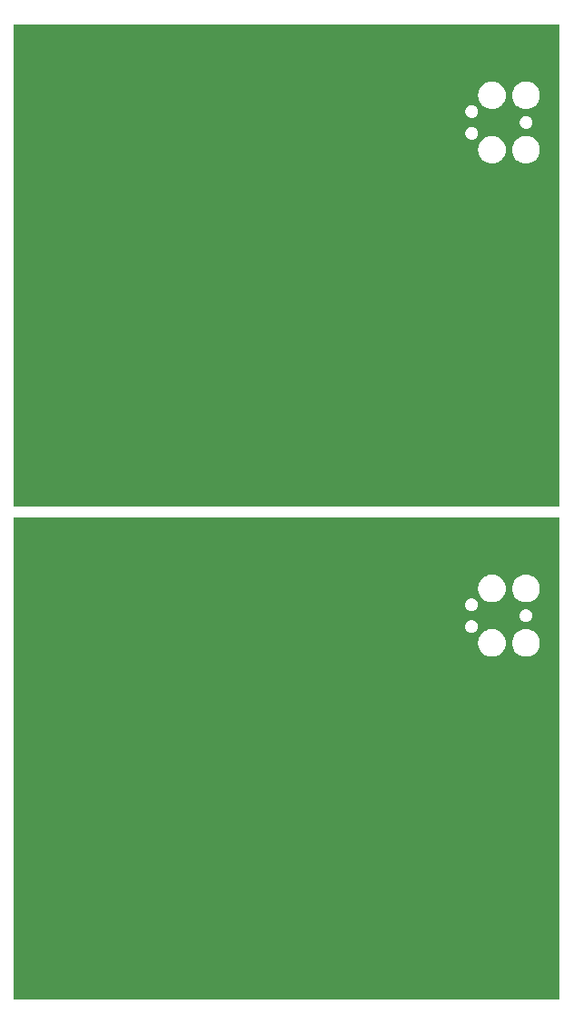
<source format=gbl>
%FSLAX46Y46*%
%MOMM*%
%AMPS10*
1,1,0.700000,0.000000,0.000000*
%
%ADD10PS10*%
G01*
%LPD*%
G36*
X51390000Y46510000D02*
X51429004Y46517920D01*
X51461829Y46540425D01*
X51483277Y46573952D01*
X51490000Y46610000D01*
X51490000Y91390000D01*
X51482080Y91429004D01*
X51459575Y91461829D01*
X51426048Y91483277D01*
X51390000Y91490000D01*
X610000Y91490000D01*
X570996Y91482080D01*
X538171Y91459575D01*
X516723Y91426048D01*
X510000Y91390000D01*
X510000Y46610000D01*
X517920Y46570996D01*
X540425Y46538171D01*
X573952Y46516723D01*
X610000Y46510000D01*
X51390000Y46510000D01*
D02*
G37*
%LPC*%
G36*
X48360443Y83574778D02*
X48345255Y83574778D01*
X48233736Y83580257D01*
X48218634Y83581745D01*
X48108185Y83598128D01*
X48093294Y83601090D01*
X47985003Y83628216D01*
X47970447Y83632631D01*
X47865356Y83670234D01*
X47851300Y83676056D01*
X47750392Y83723781D01*
X47736979Y83730950D01*
X47641227Y83788341D01*
X47628603Y83796777D01*
X47538931Y83863283D01*
X47527171Y83872934D01*
X47444473Y83947887D01*
X47433705Y83958655D01*
X47358752Y84041353D01*
X47349101Y84053113D01*
X47282595Y84142785D01*
X47274159Y84155409D01*
X47216768Y84251161D01*
X47209599Y84264574D01*
X47161874Y84365482D01*
X47156052Y84379538D01*
X47118449Y84484629D01*
X47114034Y84499185D01*
X47086908Y84607476D01*
X47083946Y84622367D01*
X47067563Y84732816D01*
X47066075Y84747918D01*
X47060596Y84859437D01*
X47060596Y84874625D01*
X47066075Y84986144D01*
X47067563Y85001246D01*
X47083946Y85111695D01*
X47086908Y85126586D01*
X47114034Y85234877D01*
X47118449Y85249433D01*
X47156052Y85354524D01*
X47161874Y85368580D01*
X47209599Y85469488D01*
X47216768Y85482901D01*
X47274159Y85578653D01*
X47282595Y85591277D01*
X47349101Y85680949D01*
X47358752Y85692709D01*
X47433705Y85775407D01*
X47444473Y85786175D01*
X47527171Y85861128D01*
X47538931Y85870779D01*
X47628603Y85937285D01*
X47641227Y85945721D01*
X47736979Y86003112D01*
X47750392Y86010281D01*
X47851300Y86058006D01*
X47865356Y86063828D01*
X47970447Y86101431D01*
X47985003Y86105846D01*
X48093294Y86132972D01*
X48108185Y86135934D01*
X48218634Y86152317D01*
X48233736Y86153805D01*
X48345255Y86159284D01*
X48360443Y86159284D01*
X48471962Y86153805D01*
X48487064Y86152317D01*
X48597513Y86135934D01*
X48612404Y86132972D01*
X48720695Y86105846D01*
X48735251Y86101431D01*
X48840342Y86063828D01*
X48854398Y86058006D01*
X48955306Y86010281D01*
X48968719Y86003112D01*
X49064471Y85945721D01*
X49077095Y85937285D01*
X49166767Y85870779D01*
X49178527Y85861128D01*
X49261225Y85786175D01*
X49271993Y85775407D01*
X49346946Y85692709D01*
X49356597Y85680949D01*
X49423103Y85591277D01*
X49431539Y85578653D01*
X49488930Y85482901D01*
X49496099Y85469488D01*
X49543824Y85368580D01*
X49549646Y85354524D01*
X49587249Y85249433D01*
X49591664Y85234877D01*
X49618790Y85126586D01*
X49621752Y85111695D01*
X49638135Y85001246D01*
X49639623Y84986144D01*
X49645102Y84874625D01*
X49645102Y84859437D01*
X49639623Y84747918D01*
X49638135Y84732816D01*
X49621752Y84622367D01*
X49618790Y84607476D01*
X49591664Y84499185D01*
X49587249Y84484629D01*
X49549646Y84379538D01*
X49543824Y84365482D01*
X49496099Y84264574D01*
X49488930Y84251161D01*
X49431539Y84155409D01*
X49423103Y84142785D01*
X49356597Y84053113D01*
X49346946Y84041353D01*
X49271993Y83958655D01*
X49261225Y83947887D01*
X49178527Y83872934D01*
X49166767Y83863283D01*
X49077095Y83796777D01*
X49064471Y83788341D01*
X48968719Y83730950D01*
X48955306Y83723781D01*
X48854398Y83676056D01*
X48840342Y83670234D01*
X48735251Y83632631D01*
X48720695Y83628216D01*
X48612404Y83601090D01*
X48597513Y83598128D01*
X48487064Y83581745D01*
X48471962Y83580257D01*
X48360443Y83574778D01*
D02*
G37*
%LPC*%
G36*
X45185443Y83574778D02*
X45170255Y83574778D01*
X45058736Y83580257D01*
X45043634Y83581745D01*
X44933185Y83598128D01*
X44918294Y83601090D01*
X44810003Y83628216D01*
X44795447Y83632631D01*
X44690356Y83670234D01*
X44676300Y83676056D01*
X44575392Y83723781D01*
X44561979Y83730950D01*
X44466227Y83788341D01*
X44453603Y83796777D01*
X44363931Y83863283D01*
X44352171Y83872934D01*
X44269473Y83947887D01*
X44258705Y83958655D01*
X44183752Y84041353D01*
X44174101Y84053113D01*
X44107595Y84142785D01*
X44099159Y84155409D01*
X44041768Y84251161D01*
X44034599Y84264574D01*
X43986874Y84365482D01*
X43981052Y84379538D01*
X43943449Y84484629D01*
X43939034Y84499185D01*
X43911908Y84607476D01*
X43908946Y84622367D01*
X43892563Y84732816D01*
X43891075Y84747918D01*
X43885596Y84859437D01*
X43885596Y84874625D01*
X43891075Y84986144D01*
X43892563Y85001246D01*
X43908946Y85111695D01*
X43911908Y85126586D01*
X43939034Y85234877D01*
X43943449Y85249433D01*
X43981052Y85354524D01*
X43986874Y85368580D01*
X44034599Y85469488D01*
X44041768Y85482901D01*
X44099159Y85578653D01*
X44107595Y85591277D01*
X44174101Y85680949D01*
X44183752Y85692709D01*
X44258705Y85775407D01*
X44269473Y85786175D01*
X44352171Y85861128D01*
X44363931Y85870779D01*
X44453603Y85937285D01*
X44466227Y85945721D01*
X44561979Y86003112D01*
X44575392Y86010281D01*
X44676300Y86058006D01*
X44690356Y86063828D01*
X44795447Y86101431D01*
X44810003Y86105846D01*
X44918294Y86132972D01*
X44933185Y86135934D01*
X45043634Y86152317D01*
X45058736Y86153805D01*
X45170255Y86159284D01*
X45185443Y86159284D01*
X45296962Y86153805D01*
X45312064Y86152317D01*
X45422513Y86135934D01*
X45437404Y86132972D01*
X45545695Y86105846D01*
X45560251Y86101431D01*
X45665342Y86063828D01*
X45679398Y86058006D01*
X45780306Y86010281D01*
X45793719Y86003112D01*
X45889471Y85945721D01*
X45902095Y85937285D01*
X45991767Y85870779D01*
X46003527Y85861128D01*
X46086225Y85786175D01*
X46096993Y85775407D01*
X46171946Y85692709D01*
X46181597Y85680949D01*
X46248103Y85591277D01*
X46256539Y85578653D01*
X46313930Y85482901D01*
X46321099Y85469488D01*
X46368824Y85368580D01*
X46374646Y85354524D01*
X46412249Y85249433D01*
X46416664Y85234877D01*
X46443790Y85126586D01*
X46446752Y85111695D01*
X46463135Y85001246D01*
X46464623Y84986144D01*
X46470102Y84874625D01*
X46470102Y84859437D01*
X46464623Y84747918D01*
X46463135Y84732816D01*
X46446752Y84622367D01*
X46443790Y84607476D01*
X46416664Y84499185D01*
X46412249Y84484629D01*
X46374646Y84379538D01*
X46368824Y84365482D01*
X46321099Y84264574D01*
X46313930Y84251161D01*
X46256539Y84155409D01*
X46248103Y84142785D01*
X46181597Y84053113D01*
X46171946Y84041353D01*
X46096993Y83958655D01*
X46086225Y83947887D01*
X46003527Y83872934D01*
X45991767Y83863283D01*
X45902095Y83796777D01*
X45889471Y83788341D01*
X45793719Y83730950D01*
X45780306Y83723781D01*
X45679398Y83676056D01*
X45665342Y83670234D01*
X45560251Y83632631D01*
X45545695Y83628216D01*
X45437404Y83601090D01*
X45422513Y83598128D01*
X45312064Y83581745D01*
X45296962Y83580257D01*
X45185443Y83574778D01*
D02*
G37*
%LPC*%
G36*
X43280465Y82742978D02*
X43265233Y82742978D01*
X43221606Y82745122D01*
X43206479Y82746613D01*
X43163233Y82753027D01*
X43148322Y82755993D01*
X43105938Y82766609D01*
X43091387Y82771023D01*
X43050255Y82785740D01*
X43036197Y82791564D01*
X42996695Y82810247D01*
X42983280Y82817417D01*
X42945788Y82839889D01*
X42933170Y82848321D01*
X42898051Y82874366D01*
X42886300Y82884010D01*
X42853931Y82913348D01*
X42843166Y82924113D01*
X42813828Y82956482D01*
X42804184Y82968233D01*
X42778139Y83003352D01*
X42769707Y83015970D01*
X42747235Y83053462D01*
X42740065Y83066877D01*
X42721382Y83106379D01*
X42715558Y83120437D01*
X42700841Y83161569D01*
X42696427Y83176120D01*
X42685811Y83218504D01*
X42682845Y83233415D01*
X42676431Y83276661D01*
X42674940Y83291788D01*
X42672796Y83335415D01*
X42672796Y83350647D01*
X42674940Y83394274D01*
X42676431Y83409401D01*
X42682845Y83452647D01*
X42685811Y83467558D01*
X42696427Y83509942D01*
X42700841Y83524493D01*
X42715558Y83565625D01*
X42721382Y83579683D01*
X42740065Y83619185D01*
X42747235Y83632600D01*
X42769707Y83670092D01*
X42778139Y83682710D01*
X42804184Y83717829D01*
X42813828Y83729580D01*
X42843166Y83761949D01*
X42853931Y83772714D01*
X42886300Y83802052D01*
X42898051Y83811696D01*
X42933170Y83837741D01*
X42945788Y83846173D01*
X42983280Y83868645D01*
X42996695Y83875815D01*
X43036197Y83894498D01*
X43050255Y83900322D01*
X43091387Y83915039D01*
X43105938Y83919453D01*
X43148322Y83930069D01*
X43163233Y83933035D01*
X43206479Y83939449D01*
X43221606Y83940940D01*
X43265233Y83943084D01*
X43280465Y83943084D01*
X43324092Y83940940D01*
X43339219Y83939449D01*
X43382465Y83933035D01*
X43397376Y83930069D01*
X43439760Y83919453D01*
X43454311Y83915039D01*
X43495443Y83900322D01*
X43509501Y83894498D01*
X43549003Y83875815D01*
X43562418Y83868645D01*
X43599910Y83846173D01*
X43612528Y83837741D01*
X43647647Y83811696D01*
X43659398Y83802052D01*
X43691767Y83772714D01*
X43702532Y83761949D01*
X43731870Y83729580D01*
X43741514Y83717829D01*
X43767559Y83682710D01*
X43775991Y83670092D01*
X43798463Y83632600D01*
X43805633Y83619185D01*
X43824316Y83579683D01*
X43830140Y83565625D01*
X43844857Y83524493D01*
X43849271Y83509942D01*
X43859887Y83467558D01*
X43862853Y83452647D01*
X43869267Y83409401D01*
X43870758Y83394274D01*
X43872902Y83350647D01*
X43872902Y83335415D01*
X43870758Y83291788D01*
X43869267Y83276661D01*
X43862853Y83233415D01*
X43859887Y83218504D01*
X43849271Y83176120D01*
X43844857Y83161569D01*
X43830140Y83120437D01*
X43824316Y83106379D01*
X43805633Y83066877D01*
X43798463Y83053462D01*
X43775991Y83015970D01*
X43767559Y83003352D01*
X43741514Y82968233D01*
X43731870Y82956482D01*
X43702532Y82924113D01*
X43691767Y82913348D01*
X43659398Y82884010D01*
X43647647Y82874366D01*
X43612528Y82848321D01*
X43599910Y82839889D01*
X43562418Y82817417D01*
X43549003Y82810247D01*
X43509501Y82791564D01*
X43495443Y82785740D01*
X43454311Y82771023D01*
X43439760Y82766609D01*
X43397376Y82755993D01*
X43382465Y82753027D01*
X43339219Y82746613D01*
X43324092Y82745122D01*
X43280465Y82742978D01*
D02*
G37*
%LPC*%
G36*
X48360465Y81726978D02*
X48345233Y81726978D01*
X48301606Y81729122D01*
X48286479Y81730613D01*
X48243233Y81737027D01*
X48228322Y81739993D01*
X48185938Y81750609D01*
X48171387Y81755023D01*
X48130255Y81769740D01*
X48116197Y81775564D01*
X48076695Y81794247D01*
X48063280Y81801417D01*
X48025788Y81823889D01*
X48013170Y81832321D01*
X47978051Y81858366D01*
X47966300Y81868010D01*
X47933931Y81897348D01*
X47923166Y81908113D01*
X47893828Y81940482D01*
X47884184Y81952233D01*
X47858139Y81987352D01*
X47849707Y81999970D01*
X47827235Y82037462D01*
X47820065Y82050877D01*
X47801382Y82090379D01*
X47795558Y82104437D01*
X47780841Y82145569D01*
X47776427Y82160120D01*
X47765811Y82202504D01*
X47762845Y82217415D01*
X47756431Y82260661D01*
X47754940Y82275788D01*
X47752796Y82319415D01*
X47752796Y82334647D01*
X47754940Y82378274D01*
X47756431Y82393401D01*
X47762845Y82436647D01*
X47765811Y82451558D01*
X47776427Y82493942D01*
X47780841Y82508493D01*
X47795558Y82549625D01*
X47801382Y82563683D01*
X47820065Y82603185D01*
X47827235Y82616600D01*
X47849707Y82654092D01*
X47858139Y82666710D01*
X47884184Y82701829D01*
X47893828Y82713580D01*
X47923166Y82745949D01*
X47933931Y82756714D01*
X47966300Y82786052D01*
X47978051Y82795696D01*
X48013170Y82821741D01*
X48025788Y82830173D01*
X48063280Y82852645D01*
X48076695Y82859815D01*
X48116197Y82878498D01*
X48130255Y82884322D01*
X48171387Y82899039D01*
X48185938Y82903453D01*
X48228322Y82914069D01*
X48243233Y82917035D01*
X48286479Y82923449D01*
X48301606Y82924940D01*
X48345233Y82927084D01*
X48360465Y82927084D01*
X48404092Y82924940D01*
X48419219Y82923449D01*
X48462465Y82917035D01*
X48477376Y82914069D01*
X48519760Y82903453D01*
X48534311Y82899039D01*
X48575443Y82884322D01*
X48589501Y82878498D01*
X48629003Y82859815D01*
X48642418Y82852645D01*
X48679910Y82830173D01*
X48692528Y82821741D01*
X48727647Y82795696D01*
X48739398Y82786052D01*
X48771767Y82756714D01*
X48782532Y82745949D01*
X48811870Y82713580D01*
X48821514Y82701829D01*
X48847559Y82666710D01*
X48855991Y82654092D01*
X48878463Y82616600D01*
X48885633Y82603185D01*
X48904316Y82563683D01*
X48910140Y82549625D01*
X48924857Y82508493D01*
X48929271Y82493942D01*
X48939887Y82451558D01*
X48942853Y82436647D01*
X48949267Y82393401D01*
X48950758Y82378274D01*
X48952902Y82334647D01*
X48952902Y82319415D01*
X48950758Y82275788D01*
X48949267Y82260661D01*
X48942853Y82217415D01*
X48939887Y82202504D01*
X48929271Y82160120D01*
X48924857Y82145569D01*
X48910140Y82104437D01*
X48904316Y82090379D01*
X48885633Y82050877D01*
X48878463Y82037462D01*
X48855991Y81999970D01*
X48847559Y81987352D01*
X48821514Y81952233D01*
X48811870Y81940482D01*
X48782532Y81908113D01*
X48771767Y81897348D01*
X48739398Y81868010D01*
X48727647Y81858366D01*
X48692528Y81832321D01*
X48679910Y81823889D01*
X48642418Y81801417D01*
X48629003Y81794247D01*
X48589501Y81775564D01*
X48575443Y81769740D01*
X48534311Y81755023D01*
X48519760Y81750609D01*
X48477376Y81739993D01*
X48462465Y81737027D01*
X48419219Y81730613D01*
X48404092Y81729122D01*
X48360465Y81726978D01*
D02*
G37*
%LPC*%
G36*
X43280465Y80710978D02*
X43265233Y80710978D01*
X43221606Y80713122D01*
X43206479Y80714613D01*
X43163233Y80721027D01*
X43148322Y80723993D01*
X43105938Y80734609D01*
X43091387Y80739023D01*
X43050255Y80753740D01*
X43036197Y80759564D01*
X42996695Y80778247D01*
X42983280Y80785417D01*
X42945788Y80807889D01*
X42933170Y80816321D01*
X42898051Y80842366D01*
X42886300Y80852010D01*
X42853931Y80881348D01*
X42843166Y80892113D01*
X42813828Y80924482D01*
X42804184Y80936233D01*
X42778139Y80971352D01*
X42769707Y80983970D01*
X42747235Y81021462D01*
X42740065Y81034877D01*
X42721382Y81074379D01*
X42715558Y81088437D01*
X42700841Y81129569D01*
X42696427Y81144120D01*
X42685811Y81186504D01*
X42682845Y81201415D01*
X42676431Y81244661D01*
X42674940Y81259788D01*
X42672796Y81303415D01*
X42672796Y81318647D01*
X42674940Y81362274D01*
X42676431Y81377401D01*
X42682845Y81420647D01*
X42685811Y81435558D01*
X42696427Y81477942D01*
X42700841Y81492493D01*
X42715558Y81533625D01*
X42721382Y81547683D01*
X42740065Y81587185D01*
X42747235Y81600600D01*
X42769707Y81638092D01*
X42778139Y81650710D01*
X42804184Y81685829D01*
X42813828Y81697580D01*
X42843166Y81729949D01*
X42853931Y81740714D01*
X42886300Y81770052D01*
X42898051Y81779696D01*
X42933170Y81805741D01*
X42945788Y81814173D01*
X42983280Y81836645D01*
X42996695Y81843815D01*
X43036197Y81862498D01*
X43050255Y81868322D01*
X43091387Y81883039D01*
X43105938Y81887453D01*
X43148322Y81898069D01*
X43163233Y81901035D01*
X43206479Y81907449D01*
X43221606Y81908940D01*
X43265233Y81911084D01*
X43280465Y81911084D01*
X43324092Y81908940D01*
X43339219Y81907449D01*
X43382465Y81901035D01*
X43397376Y81898069D01*
X43439760Y81887453D01*
X43454311Y81883039D01*
X43495443Y81868322D01*
X43509501Y81862498D01*
X43549003Y81843815D01*
X43562418Y81836645D01*
X43599910Y81814173D01*
X43612528Y81805741D01*
X43647647Y81779696D01*
X43659398Y81770052D01*
X43691767Y81740714D01*
X43702532Y81729949D01*
X43731870Y81697580D01*
X43741514Y81685829D01*
X43767559Y81650710D01*
X43775991Y81638092D01*
X43798463Y81600600D01*
X43805633Y81587185D01*
X43824316Y81547683D01*
X43830140Y81533625D01*
X43844857Y81492493D01*
X43849271Y81477942D01*
X43859887Y81435558D01*
X43862853Y81420647D01*
X43869267Y81377401D01*
X43870758Y81362274D01*
X43872902Y81318647D01*
X43872902Y81303415D01*
X43870758Y81259788D01*
X43869267Y81244661D01*
X43862853Y81201415D01*
X43859887Y81186504D01*
X43849271Y81144120D01*
X43844857Y81129569D01*
X43830140Y81088437D01*
X43824316Y81074379D01*
X43805633Y81034877D01*
X43798463Y81021462D01*
X43775991Y80983970D01*
X43767559Y80971352D01*
X43741514Y80936233D01*
X43731870Y80924482D01*
X43702532Y80892113D01*
X43691767Y80881348D01*
X43659398Y80852010D01*
X43647647Y80842366D01*
X43612528Y80816321D01*
X43599910Y80807889D01*
X43562418Y80785417D01*
X43549003Y80778247D01*
X43509501Y80759564D01*
X43495443Y80753740D01*
X43454311Y80739023D01*
X43439760Y80734609D01*
X43397376Y80723993D01*
X43382465Y80721027D01*
X43339219Y80714613D01*
X43324092Y80713122D01*
X43280465Y80710978D01*
D02*
G37*
%LPC*%
G36*
X48360443Y78494778D02*
X48345255Y78494778D01*
X48233736Y78500257D01*
X48218634Y78501745D01*
X48108185Y78518128D01*
X48093294Y78521090D01*
X47985003Y78548216D01*
X47970447Y78552631D01*
X47865356Y78590234D01*
X47851300Y78596056D01*
X47750392Y78643781D01*
X47736979Y78650950D01*
X47641227Y78708341D01*
X47628603Y78716777D01*
X47538931Y78783283D01*
X47527171Y78792934D01*
X47444473Y78867887D01*
X47433705Y78878655D01*
X47358752Y78961353D01*
X47349101Y78973113D01*
X47282595Y79062785D01*
X47274159Y79075409D01*
X47216768Y79171161D01*
X47209599Y79184574D01*
X47161874Y79285482D01*
X47156052Y79299538D01*
X47118449Y79404629D01*
X47114034Y79419185D01*
X47086908Y79527476D01*
X47083946Y79542367D01*
X47067563Y79652816D01*
X47066075Y79667918D01*
X47060596Y79779437D01*
X47060596Y79794625D01*
X47066075Y79906144D01*
X47067563Y79921246D01*
X47083946Y80031695D01*
X47086908Y80046586D01*
X47114034Y80154877D01*
X47118449Y80169433D01*
X47156052Y80274524D01*
X47161874Y80288580D01*
X47209599Y80389488D01*
X47216768Y80402901D01*
X47274159Y80498653D01*
X47282595Y80511277D01*
X47349101Y80600949D01*
X47358752Y80612709D01*
X47433705Y80695407D01*
X47444473Y80706175D01*
X47527171Y80781128D01*
X47538931Y80790779D01*
X47628603Y80857285D01*
X47641227Y80865721D01*
X47736979Y80923112D01*
X47750392Y80930281D01*
X47851300Y80978006D01*
X47865356Y80983828D01*
X47970447Y81021431D01*
X47985003Y81025846D01*
X48093294Y81052972D01*
X48108185Y81055934D01*
X48218634Y81072317D01*
X48233736Y81073805D01*
X48345255Y81079284D01*
X48360443Y81079284D01*
X48471962Y81073805D01*
X48487064Y81072317D01*
X48597513Y81055934D01*
X48612404Y81052972D01*
X48720695Y81025846D01*
X48735251Y81021431D01*
X48840342Y80983828D01*
X48854398Y80978006D01*
X48955306Y80930281D01*
X48968719Y80923112D01*
X49064471Y80865721D01*
X49077095Y80857285D01*
X49166767Y80790779D01*
X49178527Y80781128D01*
X49261225Y80706175D01*
X49271993Y80695407D01*
X49346946Y80612709D01*
X49356597Y80600949D01*
X49423103Y80511277D01*
X49431539Y80498653D01*
X49488930Y80402901D01*
X49496099Y80389488D01*
X49543824Y80288580D01*
X49549646Y80274524D01*
X49587249Y80169433D01*
X49591664Y80154877D01*
X49618790Y80046586D01*
X49621752Y80031695D01*
X49638135Y79921246D01*
X49639623Y79906144D01*
X49645102Y79794625D01*
X49645102Y79779437D01*
X49639623Y79667918D01*
X49638135Y79652816D01*
X49621752Y79542367D01*
X49618790Y79527476D01*
X49591664Y79419185D01*
X49587249Y79404629D01*
X49549646Y79299538D01*
X49543824Y79285482D01*
X49496099Y79184574D01*
X49488930Y79171161D01*
X49431539Y79075409D01*
X49423103Y79062785D01*
X49356597Y78973113D01*
X49346946Y78961353D01*
X49271993Y78878655D01*
X49261225Y78867887D01*
X49178527Y78792934D01*
X49166767Y78783283D01*
X49077095Y78716777D01*
X49064471Y78708341D01*
X48968719Y78650950D01*
X48955306Y78643781D01*
X48854398Y78596056D01*
X48840342Y78590234D01*
X48735251Y78552631D01*
X48720695Y78548216D01*
X48612404Y78521090D01*
X48597513Y78518128D01*
X48487064Y78501745D01*
X48471962Y78500257D01*
X48360443Y78494778D01*
D02*
G37*
%LPC*%
G36*
X45185443Y78494778D02*
X45170255Y78494778D01*
X45058736Y78500257D01*
X45043634Y78501745D01*
X44933185Y78518128D01*
X44918294Y78521090D01*
X44810003Y78548216D01*
X44795447Y78552631D01*
X44690356Y78590234D01*
X44676300Y78596056D01*
X44575392Y78643781D01*
X44561979Y78650950D01*
X44466227Y78708341D01*
X44453603Y78716777D01*
X44363931Y78783283D01*
X44352171Y78792934D01*
X44269473Y78867887D01*
X44258705Y78878655D01*
X44183752Y78961353D01*
X44174101Y78973113D01*
X44107595Y79062785D01*
X44099159Y79075409D01*
X44041768Y79171161D01*
X44034599Y79184574D01*
X43986874Y79285482D01*
X43981052Y79299538D01*
X43943449Y79404629D01*
X43939034Y79419185D01*
X43911908Y79527476D01*
X43908946Y79542367D01*
X43892563Y79652816D01*
X43891075Y79667918D01*
X43885596Y79779437D01*
X43885596Y79794625D01*
X43891075Y79906144D01*
X43892563Y79921246D01*
X43908946Y80031695D01*
X43911908Y80046586D01*
X43939034Y80154877D01*
X43943449Y80169433D01*
X43981052Y80274524D01*
X43986874Y80288580D01*
X44034599Y80389488D01*
X44041768Y80402901D01*
X44099159Y80498653D01*
X44107595Y80511277D01*
X44174101Y80600949D01*
X44183752Y80612709D01*
X44258705Y80695407D01*
X44269473Y80706175D01*
X44352171Y80781128D01*
X44363931Y80790779D01*
X44453603Y80857285D01*
X44466227Y80865721D01*
X44561979Y80923112D01*
X44575392Y80930281D01*
X44676300Y80978006D01*
X44690356Y80983828D01*
X44795447Y81021431D01*
X44810003Y81025846D01*
X44918294Y81052972D01*
X44933185Y81055934D01*
X45043634Y81072317D01*
X45058736Y81073805D01*
X45170255Y81079284D01*
X45185443Y81079284D01*
X45296962Y81073805D01*
X45312064Y81072317D01*
X45422513Y81055934D01*
X45437404Y81052972D01*
X45545695Y81025846D01*
X45560251Y81021431D01*
X45665342Y80983828D01*
X45679398Y80978006D01*
X45780306Y80930281D01*
X45793719Y80923112D01*
X45889471Y80865721D01*
X45902095Y80857285D01*
X45991767Y80790779D01*
X46003527Y80781128D01*
X46086225Y80706175D01*
X46096993Y80695407D01*
X46171946Y80612709D01*
X46181597Y80600949D01*
X46248103Y80511277D01*
X46256539Y80498653D01*
X46313930Y80402901D01*
X46321099Y80389488D01*
X46368824Y80288580D01*
X46374646Y80274524D01*
X46412249Y80169433D01*
X46416664Y80154877D01*
X46443790Y80046586D01*
X46446752Y80031695D01*
X46463135Y79921246D01*
X46464623Y79906144D01*
X46470102Y79794625D01*
X46470102Y79779437D01*
X46464623Y79667918D01*
X46463135Y79652816D01*
X46446752Y79542367D01*
X46443790Y79527476D01*
X46416664Y79419185D01*
X46412249Y79404629D01*
X46374646Y79299538D01*
X46368824Y79285482D01*
X46321099Y79184574D01*
X46313930Y79171161D01*
X46256539Y79075409D01*
X46248103Y79062785D01*
X46181597Y78973113D01*
X46171946Y78961353D01*
X46096993Y78878655D01*
X46086225Y78867887D01*
X46003527Y78792934D01*
X45991767Y78783283D01*
X45902095Y78716777D01*
X45889471Y78708341D01*
X45793719Y78650950D01*
X45780306Y78643781D01*
X45679398Y78596056D01*
X45665342Y78590234D01*
X45560251Y78552631D01*
X45545695Y78548216D01*
X45437404Y78521090D01*
X45422513Y78518128D01*
X45312064Y78501745D01*
X45296962Y78500257D01*
X45185443Y78494778D01*
D02*
G37*
%LPD*%
G36*
X51390000Y510000D02*
X51429004Y517920D01*
X51461829Y540425D01*
X51483277Y573952D01*
X51490000Y610000D01*
X51490000Y45390000D01*
X51482080Y45429004D01*
X51459575Y45461829D01*
X51426048Y45483277D01*
X51390000Y45490000D01*
X610000Y45490000D01*
X570996Y45482080D01*
X538171Y45459575D01*
X516723Y45426048D01*
X510000Y45390000D01*
X510000Y610000D01*
X517920Y570996D01*
X540425Y538171D01*
X573952Y516723D01*
X610000Y510000D01*
X51390000Y510000D01*
D02*
G37*
%LPC*%
G36*
X48360443Y37574778D02*
X48345255Y37574778D01*
X48233736Y37580257D01*
X48218634Y37581745D01*
X48108185Y37598128D01*
X48093294Y37601090D01*
X47985003Y37628216D01*
X47970447Y37632631D01*
X47865356Y37670234D01*
X47851300Y37676056D01*
X47750392Y37723781D01*
X47736979Y37730950D01*
X47641227Y37788341D01*
X47628603Y37796777D01*
X47538931Y37863283D01*
X47527171Y37872934D01*
X47444473Y37947887D01*
X47433705Y37958655D01*
X47358752Y38041353D01*
X47349101Y38053113D01*
X47282595Y38142785D01*
X47274159Y38155409D01*
X47216768Y38251161D01*
X47209599Y38264574D01*
X47161874Y38365482D01*
X47156052Y38379538D01*
X47118449Y38484629D01*
X47114034Y38499185D01*
X47086908Y38607476D01*
X47083946Y38622367D01*
X47067563Y38732816D01*
X47066075Y38747918D01*
X47060596Y38859437D01*
X47060596Y38874625D01*
X47066075Y38986144D01*
X47067563Y39001246D01*
X47083946Y39111695D01*
X47086908Y39126586D01*
X47114034Y39234877D01*
X47118449Y39249433D01*
X47156052Y39354524D01*
X47161874Y39368580D01*
X47209599Y39469488D01*
X47216768Y39482901D01*
X47274159Y39578653D01*
X47282595Y39591277D01*
X47349101Y39680949D01*
X47358752Y39692709D01*
X47433705Y39775407D01*
X47444473Y39786175D01*
X47527171Y39861128D01*
X47538931Y39870779D01*
X47628603Y39937285D01*
X47641227Y39945721D01*
X47736979Y40003112D01*
X47750392Y40010281D01*
X47851300Y40058006D01*
X47865356Y40063828D01*
X47970447Y40101431D01*
X47985003Y40105846D01*
X48093294Y40132972D01*
X48108185Y40135934D01*
X48218634Y40152317D01*
X48233736Y40153805D01*
X48345255Y40159284D01*
X48360443Y40159284D01*
X48471962Y40153805D01*
X48487064Y40152317D01*
X48597513Y40135934D01*
X48612404Y40132972D01*
X48720695Y40105846D01*
X48735251Y40101431D01*
X48840342Y40063828D01*
X48854398Y40058006D01*
X48955306Y40010281D01*
X48968719Y40003112D01*
X49064471Y39945721D01*
X49077095Y39937285D01*
X49166767Y39870779D01*
X49178527Y39861128D01*
X49261225Y39786175D01*
X49271993Y39775407D01*
X49346946Y39692709D01*
X49356597Y39680949D01*
X49423103Y39591277D01*
X49431539Y39578653D01*
X49488930Y39482901D01*
X49496099Y39469488D01*
X49543824Y39368580D01*
X49549646Y39354524D01*
X49587249Y39249433D01*
X49591664Y39234877D01*
X49618790Y39126586D01*
X49621752Y39111695D01*
X49638135Y39001246D01*
X49639623Y38986144D01*
X49645102Y38874625D01*
X49645102Y38859437D01*
X49639623Y38747918D01*
X49638135Y38732816D01*
X49621752Y38622367D01*
X49618790Y38607476D01*
X49591664Y38499185D01*
X49587249Y38484629D01*
X49549646Y38379538D01*
X49543824Y38365482D01*
X49496099Y38264574D01*
X49488930Y38251161D01*
X49431539Y38155409D01*
X49423103Y38142785D01*
X49356597Y38053113D01*
X49346946Y38041353D01*
X49271993Y37958655D01*
X49261225Y37947887D01*
X49178527Y37872934D01*
X49166767Y37863283D01*
X49077095Y37796777D01*
X49064471Y37788341D01*
X48968719Y37730950D01*
X48955306Y37723781D01*
X48854398Y37676056D01*
X48840342Y37670234D01*
X48735251Y37632631D01*
X48720695Y37628216D01*
X48612404Y37601090D01*
X48597513Y37598128D01*
X48487064Y37581745D01*
X48471962Y37580257D01*
X48360443Y37574778D01*
D02*
G37*
%LPC*%
G36*
X45185443Y37574778D02*
X45170255Y37574778D01*
X45058736Y37580257D01*
X45043634Y37581745D01*
X44933185Y37598128D01*
X44918294Y37601090D01*
X44810003Y37628216D01*
X44795447Y37632631D01*
X44690356Y37670234D01*
X44676300Y37676056D01*
X44575392Y37723781D01*
X44561979Y37730950D01*
X44466227Y37788341D01*
X44453603Y37796777D01*
X44363931Y37863283D01*
X44352171Y37872934D01*
X44269473Y37947887D01*
X44258705Y37958655D01*
X44183752Y38041353D01*
X44174101Y38053113D01*
X44107595Y38142785D01*
X44099159Y38155409D01*
X44041768Y38251161D01*
X44034599Y38264574D01*
X43986874Y38365482D01*
X43981052Y38379538D01*
X43943449Y38484629D01*
X43939034Y38499185D01*
X43911908Y38607476D01*
X43908946Y38622367D01*
X43892563Y38732816D01*
X43891075Y38747918D01*
X43885596Y38859437D01*
X43885596Y38874625D01*
X43891075Y38986144D01*
X43892563Y39001246D01*
X43908946Y39111695D01*
X43911908Y39126586D01*
X43939034Y39234877D01*
X43943449Y39249433D01*
X43981052Y39354524D01*
X43986874Y39368580D01*
X44034599Y39469488D01*
X44041768Y39482901D01*
X44099159Y39578653D01*
X44107595Y39591277D01*
X44174101Y39680949D01*
X44183752Y39692709D01*
X44258705Y39775407D01*
X44269473Y39786175D01*
X44352171Y39861128D01*
X44363931Y39870779D01*
X44453603Y39937285D01*
X44466227Y39945721D01*
X44561979Y40003112D01*
X44575392Y40010281D01*
X44676300Y40058006D01*
X44690356Y40063828D01*
X44795447Y40101431D01*
X44810003Y40105846D01*
X44918294Y40132972D01*
X44933185Y40135934D01*
X45043634Y40152317D01*
X45058736Y40153805D01*
X45170255Y40159284D01*
X45185443Y40159284D01*
X45296962Y40153805D01*
X45312064Y40152317D01*
X45422513Y40135934D01*
X45437404Y40132972D01*
X45545695Y40105846D01*
X45560251Y40101431D01*
X45665342Y40063828D01*
X45679398Y40058006D01*
X45780306Y40010281D01*
X45793719Y40003112D01*
X45889471Y39945721D01*
X45902095Y39937285D01*
X45991767Y39870779D01*
X46003527Y39861128D01*
X46086225Y39786175D01*
X46096993Y39775407D01*
X46171946Y39692709D01*
X46181597Y39680949D01*
X46248103Y39591277D01*
X46256539Y39578653D01*
X46313930Y39482901D01*
X46321099Y39469488D01*
X46368824Y39368580D01*
X46374646Y39354524D01*
X46412249Y39249433D01*
X46416664Y39234877D01*
X46443790Y39126586D01*
X46446752Y39111695D01*
X46463135Y39001246D01*
X46464623Y38986144D01*
X46470102Y38874625D01*
X46470102Y38859437D01*
X46464623Y38747918D01*
X46463135Y38732816D01*
X46446752Y38622367D01*
X46443790Y38607476D01*
X46416664Y38499185D01*
X46412249Y38484629D01*
X46374646Y38379538D01*
X46368824Y38365482D01*
X46321099Y38264574D01*
X46313930Y38251161D01*
X46256539Y38155409D01*
X46248103Y38142785D01*
X46181597Y38053113D01*
X46171946Y38041353D01*
X46096993Y37958655D01*
X46086225Y37947887D01*
X46003527Y37872934D01*
X45991767Y37863283D01*
X45902095Y37796777D01*
X45889471Y37788341D01*
X45793719Y37730950D01*
X45780306Y37723781D01*
X45679398Y37676056D01*
X45665342Y37670234D01*
X45560251Y37632631D01*
X45545695Y37628216D01*
X45437404Y37601090D01*
X45422513Y37598128D01*
X45312064Y37581745D01*
X45296962Y37580257D01*
X45185443Y37574778D01*
D02*
G37*
%LPC*%
G36*
X43280465Y36742978D02*
X43265233Y36742978D01*
X43221606Y36745122D01*
X43206479Y36746613D01*
X43163233Y36753027D01*
X43148322Y36755993D01*
X43105938Y36766609D01*
X43091387Y36771023D01*
X43050255Y36785740D01*
X43036197Y36791564D01*
X42996695Y36810247D01*
X42983280Y36817417D01*
X42945788Y36839889D01*
X42933170Y36848321D01*
X42898051Y36874366D01*
X42886300Y36884010D01*
X42853931Y36913348D01*
X42843166Y36924113D01*
X42813828Y36956482D01*
X42804184Y36968233D01*
X42778139Y37003352D01*
X42769707Y37015970D01*
X42747235Y37053462D01*
X42740065Y37066877D01*
X42721382Y37106379D01*
X42715558Y37120437D01*
X42700841Y37161569D01*
X42696427Y37176120D01*
X42685811Y37218504D01*
X42682845Y37233415D01*
X42676431Y37276661D01*
X42674940Y37291788D01*
X42672796Y37335415D01*
X42672796Y37350647D01*
X42674940Y37394274D01*
X42676431Y37409401D01*
X42682845Y37452647D01*
X42685811Y37467558D01*
X42696427Y37509942D01*
X42700841Y37524493D01*
X42715558Y37565625D01*
X42721382Y37579683D01*
X42740065Y37619185D01*
X42747235Y37632600D01*
X42769707Y37670092D01*
X42778139Y37682710D01*
X42804184Y37717829D01*
X42813828Y37729580D01*
X42843166Y37761949D01*
X42853931Y37772714D01*
X42886300Y37802052D01*
X42898051Y37811696D01*
X42933170Y37837741D01*
X42945788Y37846173D01*
X42983280Y37868645D01*
X42996695Y37875815D01*
X43036197Y37894498D01*
X43050255Y37900322D01*
X43091387Y37915039D01*
X43105938Y37919453D01*
X43148322Y37930069D01*
X43163233Y37933035D01*
X43206479Y37939449D01*
X43221606Y37940940D01*
X43265233Y37943084D01*
X43280465Y37943084D01*
X43324092Y37940940D01*
X43339219Y37939449D01*
X43382465Y37933035D01*
X43397376Y37930069D01*
X43439760Y37919453D01*
X43454311Y37915039D01*
X43495443Y37900322D01*
X43509501Y37894498D01*
X43549003Y37875815D01*
X43562418Y37868645D01*
X43599910Y37846173D01*
X43612528Y37837741D01*
X43647647Y37811696D01*
X43659398Y37802052D01*
X43691767Y37772714D01*
X43702532Y37761949D01*
X43731870Y37729580D01*
X43741514Y37717829D01*
X43767559Y37682710D01*
X43775991Y37670092D01*
X43798463Y37632600D01*
X43805633Y37619185D01*
X43824316Y37579683D01*
X43830140Y37565625D01*
X43844857Y37524493D01*
X43849271Y37509942D01*
X43859887Y37467558D01*
X43862853Y37452647D01*
X43869267Y37409401D01*
X43870758Y37394274D01*
X43872902Y37350647D01*
X43872902Y37335415D01*
X43870758Y37291788D01*
X43869267Y37276661D01*
X43862853Y37233415D01*
X43859887Y37218504D01*
X43849271Y37176120D01*
X43844857Y37161569D01*
X43830140Y37120437D01*
X43824316Y37106379D01*
X43805633Y37066877D01*
X43798463Y37053462D01*
X43775991Y37015970D01*
X43767559Y37003352D01*
X43741514Y36968233D01*
X43731870Y36956482D01*
X43702532Y36924113D01*
X43691767Y36913348D01*
X43659398Y36884010D01*
X43647647Y36874366D01*
X43612528Y36848321D01*
X43599910Y36839889D01*
X43562418Y36817417D01*
X43549003Y36810247D01*
X43509501Y36791564D01*
X43495443Y36785740D01*
X43454311Y36771023D01*
X43439760Y36766609D01*
X43397376Y36755993D01*
X43382465Y36753027D01*
X43339219Y36746613D01*
X43324092Y36745122D01*
X43280465Y36742978D01*
D02*
G37*
%LPC*%
G36*
X48360465Y35726978D02*
X48345233Y35726978D01*
X48301606Y35729122D01*
X48286479Y35730613D01*
X48243233Y35737027D01*
X48228322Y35739993D01*
X48185938Y35750609D01*
X48171387Y35755023D01*
X48130255Y35769740D01*
X48116197Y35775564D01*
X48076695Y35794247D01*
X48063280Y35801417D01*
X48025788Y35823889D01*
X48013170Y35832321D01*
X47978051Y35858366D01*
X47966300Y35868010D01*
X47933931Y35897348D01*
X47923166Y35908113D01*
X47893828Y35940482D01*
X47884184Y35952233D01*
X47858139Y35987352D01*
X47849707Y35999970D01*
X47827235Y36037462D01*
X47820065Y36050877D01*
X47801382Y36090379D01*
X47795558Y36104437D01*
X47780841Y36145569D01*
X47776427Y36160120D01*
X47765811Y36202504D01*
X47762845Y36217415D01*
X47756431Y36260661D01*
X47754940Y36275788D01*
X47752796Y36319415D01*
X47752796Y36334647D01*
X47754940Y36378274D01*
X47756431Y36393401D01*
X47762845Y36436647D01*
X47765811Y36451558D01*
X47776427Y36493942D01*
X47780841Y36508493D01*
X47795558Y36549625D01*
X47801382Y36563683D01*
X47820065Y36603185D01*
X47827235Y36616600D01*
X47849707Y36654092D01*
X47858139Y36666710D01*
X47884184Y36701829D01*
X47893828Y36713580D01*
X47923166Y36745949D01*
X47933931Y36756714D01*
X47966300Y36786052D01*
X47978051Y36795696D01*
X48013170Y36821741D01*
X48025788Y36830173D01*
X48063280Y36852645D01*
X48076695Y36859815D01*
X48116197Y36878498D01*
X48130255Y36884322D01*
X48171387Y36899039D01*
X48185938Y36903453D01*
X48228322Y36914069D01*
X48243233Y36917035D01*
X48286479Y36923449D01*
X48301606Y36924940D01*
X48345233Y36927084D01*
X48360465Y36927084D01*
X48404092Y36924940D01*
X48419219Y36923449D01*
X48462465Y36917035D01*
X48477376Y36914069D01*
X48519760Y36903453D01*
X48534311Y36899039D01*
X48575443Y36884322D01*
X48589501Y36878498D01*
X48629003Y36859815D01*
X48642418Y36852645D01*
X48679910Y36830173D01*
X48692528Y36821741D01*
X48727647Y36795696D01*
X48739398Y36786052D01*
X48771767Y36756714D01*
X48782532Y36745949D01*
X48811870Y36713580D01*
X48821514Y36701829D01*
X48847559Y36666710D01*
X48855991Y36654092D01*
X48878463Y36616600D01*
X48885633Y36603185D01*
X48904316Y36563683D01*
X48910140Y36549625D01*
X48924857Y36508493D01*
X48929271Y36493942D01*
X48939887Y36451558D01*
X48942853Y36436647D01*
X48949267Y36393401D01*
X48950758Y36378274D01*
X48952902Y36334647D01*
X48952902Y36319415D01*
X48950758Y36275788D01*
X48949267Y36260661D01*
X48942853Y36217415D01*
X48939887Y36202504D01*
X48929271Y36160120D01*
X48924857Y36145569D01*
X48910140Y36104437D01*
X48904316Y36090379D01*
X48885633Y36050877D01*
X48878463Y36037462D01*
X48855991Y35999970D01*
X48847559Y35987352D01*
X48821514Y35952233D01*
X48811870Y35940482D01*
X48782532Y35908113D01*
X48771767Y35897348D01*
X48739398Y35868010D01*
X48727647Y35858366D01*
X48692528Y35832321D01*
X48679910Y35823889D01*
X48642418Y35801417D01*
X48629003Y35794247D01*
X48589501Y35775564D01*
X48575443Y35769740D01*
X48534311Y35755023D01*
X48519760Y35750609D01*
X48477376Y35739993D01*
X48462465Y35737027D01*
X48419219Y35730613D01*
X48404092Y35729122D01*
X48360465Y35726978D01*
D02*
G37*
%LPC*%
G36*
X43280465Y34710978D02*
X43265233Y34710978D01*
X43221606Y34713122D01*
X43206479Y34714613D01*
X43163233Y34721027D01*
X43148322Y34723993D01*
X43105938Y34734609D01*
X43091387Y34739023D01*
X43050255Y34753740D01*
X43036197Y34759564D01*
X42996695Y34778247D01*
X42983280Y34785417D01*
X42945788Y34807889D01*
X42933170Y34816321D01*
X42898051Y34842366D01*
X42886300Y34852010D01*
X42853931Y34881348D01*
X42843166Y34892113D01*
X42813828Y34924482D01*
X42804184Y34936233D01*
X42778139Y34971352D01*
X42769707Y34983970D01*
X42747235Y35021462D01*
X42740065Y35034877D01*
X42721382Y35074379D01*
X42715558Y35088437D01*
X42700841Y35129569D01*
X42696427Y35144120D01*
X42685811Y35186504D01*
X42682845Y35201415D01*
X42676431Y35244661D01*
X42674940Y35259788D01*
X42672796Y35303415D01*
X42672796Y35318647D01*
X42674940Y35362274D01*
X42676431Y35377401D01*
X42682845Y35420647D01*
X42685811Y35435558D01*
X42696427Y35477942D01*
X42700841Y35492493D01*
X42715558Y35533625D01*
X42721382Y35547683D01*
X42740065Y35587185D01*
X42747235Y35600600D01*
X42769707Y35638092D01*
X42778139Y35650710D01*
X42804184Y35685829D01*
X42813828Y35697580D01*
X42843166Y35729949D01*
X42853931Y35740714D01*
X42886300Y35770052D01*
X42898051Y35779696D01*
X42933170Y35805741D01*
X42945788Y35814173D01*
X42983280Y35836645D01*
X42996695Y35843815D01*
X43036197Y35862498D01*
X43050255Y35868322D01*
X43091387Y35883039D01*
X43105938Y35887453D01*
X43148322Y35898069D01*
X43163233Y35901035D01*
X43206479Y35907449D01*
X43221606Y35908940D01*
X43265233Y35911084D01*
X43280465Y35911084D01*
X43324092Y35908940D01*
X43339219Y35907449D01*
X43382465Y35901035D01*
X43397376Y35898069D01*
X43439760Y35887453D01*
X43454311Y35883039D01*
X43495443Y35868322D01*
X43509501Y35862498D01*
X43549003Y35843815D01*
X43562418Y35836645D01*
X43599910Y35814173D01*
X43612528Y35805741D01*
X43647647Y35779696D01*
X43659398Y35770052D01*
X43691767Y35740714D01*
X43702532Y35729949D01*
X43731870Y35697580D01*
X43741514Y35685829D01*
X43767559Y35650710D01*
X43775991Y35638092D01*
X43798463Y35600600D01*
X43805633Y35587185D01*
X43824316Y35547683D01*
X43830140Y35533625D01*
X43844857Y35492493D01*
X43849271Y35477942D01*
X43859887Y35435558D01*
X43862853Y35420647D01*
X43869267Y35377401D01*
X43870758Y35362274D01*
X43872902Y35318647D01*
X43872902Y35303415D01*
X43870758Y35259788D01*
X43869267Y35244661D01*
X43862853Y35201415D01*
X43859887Y35186504D01*
X43849271Y35144120D01*
X43844857Y35129569D01*
X43830140Y35088437D01*
X43824316Y35074379D01*
X43805633Y35034877D01*
X43798463Y35021462D01*
X43775991Y34983970D01*
X43767559Y34971352D01*
X43741514Y34936233D01*
X43731870Y34924482D01*
X43702532Y34892113D01*
X43691767Y34881348D01*
X43659398Y34852010D01*
X43647647Y34842366D01*
X43612528Y34816321D01*
X43599910Y34807889D01*
X43562418Y34785417D01*
X43549003Y34778247D01*
X43509501Y34759564D01*
X43495443Y34753740D01*
X43454311Y34739023D01*
X43439760Y34734609D01*
X43397376Y34723993D01*
X43382465Y34721027D01*
X43339219Y34714613D01*
X43324092Y34713122D01*
X43280465Y34710978D01*
D02*
G37*
%LPC*%
G36*
X48360443Y32494778D02*
X48345255Y32494778D01*
X48233736Y32500257D01*
X48218634Y32501745D01*
X48108185Y32518128D01*
X48093294Y32521090D01*
X47985003Y32548216D01*
X47970447Y32552631D01*
X47865356Y32590234D01*
X47851300Y32596056D01*
X47750392Y32643781D01*
X47736979Y32650950D01*
X47641227Y32708341D01*
X47628603Y32716777D01*
X47538931Y32783283D01*
X47527171Y32792934D01*
X47444473Y32867887D01*
X47433705Y32878655D01*
X47358752Y32961353D01*
X47349101Y32973113D01*
X47282595Y33062785D01*
X47274159Y33075409D01*
X47216768Y33171161D01*
X47209599Y33184574D01*
X47161874Y33285482D01*
X47156052Y33299538D01*
X47118449Y33404629D01*
X47114034Y33419185D01*
X47086908Y33527476D01*
X47083946Y33542367D01*
X47067563Y33652816D01*
X47066075Y33667918D01*
X47060596Y33779437D01*
X47060596Y33794625D01*
X47066075Y33906144D01*
X47067563Y33921246D01*
X47083946Y34031695D01*
X47086908Y34046586D01*
X47114034Y34154877D01*
X47118449Y34169433D01*
X47156052Y34274524D01*
X47161874Y34288580D01*
X47209599Y34389488D01*
X47216768Y34402901D01*
X47274159Y34498653D01*
X47282595Y34511277D01*
X47349101Y34600949D01*
X47358752Y34612709D01*
X47433705Y34695407D01*
X47444473Y34706175D01*
X47527171Y34781128D01*
X47538931Y34790779D01*
X47628603Y34857285D01*
X47641227Y34865721D01*
X47736979Y34923112D01*
X47750392Y34930281D01*
X47851300Y34978006D01*
X47865356Y34983828D01*
X47970447Y35021431D01*
X47985003Y35025846D01*
X48093294Y35052972D01*
X48108185Y35055934D01*
X48218634Y35072317D01*
X48233736Y35073805D01*
X48345255Y35079284D01*
X48360443Y35079284D01*
X48471962Y35073805D01*
X48487064Y35072317D01*
X48597513Y35055934D01*
X48612404Y35052972D01*
X48720695Y35025846D01*
X48735251Y35021431D01*
X48840342Y34983828D01*
X48854398Y34978006D01*
X48955306Y34930281D01*
X48968719Y34923112D01*
X49064471Y34865721D01*
X49077095Y34857285D01*
X49166767Y34790779D01*
X49178527Y34781128D01*
X49261225Y34706175D01*
X49271993Y34695407D01*
X49346946Y34612709D01*
X49356597Y34600949D01*
X49423103Y34511277D01*
X49431539Y34498653D01*
X49488930Y34402901D01*
X49496099Y34389488D01*
X49543824Y34288580D01*
X49549646Y34274524D01*
X49587249Y34169433D01*
X49591664Y34154877D01*
X49618790Y34046586D01*
X49621752Y34031695D01*
X49638135Y33921246D01*
X49639623Y33906144D01*
X49645102Y33794625D01*
X49645102Y33779437D01*
X49639623Y33667918D01*
X49638135Y33652816D01*
X49621752Y33542367D01*
X49618790Y33527476D01*
X49591664Y33419185D01*
X49587249Y33404629D01*
X49549646Y33299538D01*
X49543824Y33285482D01*
X49496099Y33184574D01*
X49488930Y33171161D01*
X49431539Y33075409D01*
X49423103Y33062785D01*
X49356597Y32973113D01*
X49346946Y32961353D01*
X49271993Y32878655D01*
X49261225Y32867887D01*
X49178527Y32792934D01*
X49166767Y32783283D01*
X49077095Y32716777D01*
X49064471Y32708341D01*
X48968719Y32650950D01*
X48955306Y32643781D01*
X48854398Y32596056D01*
X48840342Y32590234D01*
X48735251Y32552631D01*
X48720695Y32548216D01*
X48612404Y32521090D01*
X48597513Y32518128D01*
X48487064Y32501745D01*
X48471962Y32500257D01*
X48360443Y32494778D01*
D02*
G37*
%LPC*%
G36*
X45185443Y32494778D02*
X45170255Y32494778D01*
X45058736Y32500257D01*
X45043634Y32501745D01*
X44933185Y32518128D01*
X44918294Y32521090D01*
X44810003Y32548216D01*
X44795447Y32552631D01*
X44690356Y32590234D01*
X44676300Y32596056D01*
X44575392Y32643781D01*
X44561979Y32650950D01*
X44466227Y32708341D01*
X44453603Y32716777D01*
X44363931Y32783283D01*
X44352171Y32792934D01*
X44269473Y32867887D01*
X44258705Y32878655D01*
X44183752Y32961353D01*
X44174101Y32973113D01*
X44107595Y33062785D01*
X44099159Y33075409D01*
X44041768Y33171161D01*
X44034599Y33184574D01*
X43986874Y33285482D01*
X43981052Y33299538D01*
X43943449Y33404629D01*
X43939034Y33419185D01*
X43911908Y33527476D01*
X43908946Y33542367D01*
X43892563Y33652816D01*
X43891075Y33667918D01*
X43885596Y33779437D01*
X43885596Y33794625D01*
X43891075Y33906144D01*
X43892563Y33921246D01*
X43908946Y34031695D01*
X43911908Y34046586D01*
X43939034Y34154877D01*
X43943449Y34169433D01*
X43981052Y34274524D01*
X43986874Y34288580D01*
X44034599Y34389488D01*
X44041768Y34402901D01*
X44099159Y34498653D01*
X44107595Y34511277D01*
X44174101Y34600949D01*
X44183752Y34612709D01*
X44258705Y34695407D01*
X44269473Y34706175D01*
X44352171Y34781128D01*
X44363931Y34790779D01*
X44453603Y34857285D01*
X44466227Y34865721D01*
X44561979Y34923112D01*
X44575392Y34930281D01*
X44676300Y34978006D01*
X44690356Y34983828D01*
X44795447Y35021431D01*
X44810003Y35025846D01*
X44918294Y35052972D01*
X44933185Y35055934D01*
X45043634Y35072317D01*
X45058736Y35073805D01*
X45170255Y35079284D01*
X45185443Y35079284D01*
X45296962Y35073805D01*
X45312064Y35072317D01*
X45422513Y35055934D01*
X45437404Y35052972D01*
X45545695Y35025846D01*
X45560251Y35021431D01*
X45665342Y34983828D01*
X45679398Y34978006D01*
X45780306Y34930281D01*
X45793719Y34923112D01*
X45889471Y34865721D01*
X45902095Y34857285D01*
X45991767Y34790779D01*
X46003527Y34781128D01*
X46086225Y34706175D01*
X46096993Y34695407D01*
X46171946Y34612709D01*
X46181597Y34600949D01*
X46248103Y34511277D01*
X46256539Y34498653D01*
X46313930Y34402901D01*
X46321099Y34389488D01*
X46368824Y34288580D01*
X46374646Y34274524D01*
X46412249Y34169433D01*
X46416664Y34154877D01*
X46443790Y34046586D01*
X46446752Y34031695D01*
X46463135Y33921246D01*
X46464623Y33906144D01*
X46470102Y33794625D01*
X46470102Y33779437D01*
X46464623Y33667918D01*
X46463135Y33652816D01*
X46446752Y33542367D01*
X46443790Y33527476D01*
X46416664Y33419185D01*
X46412249Y33404629D01*
X46374646Y33299538D01*
X46368824Y33285482D01*
X46321099Y33184574D01*
X46313930Y33171161D01*
X46256539Y33075409D01*
X46248103Y33062785D01*
X46181597Y32973113D01*
X46171946Y32961353D01*
X46096993Y32878655D01*
X46086225Y32867887D01*
X46003527Y32792934D01*
X45991767Y32783283D01*
X45902095Y32716777D01*
X45889471Y32708341D01*
X45793719Y32650950D01*
X45780306Y32643781D01*
X45679398Y32596056D01*
X45665342Y32590234D01*
X45560251Y32552631D01*
X45545695Y32548216D01*
X45437404Y32521090D01*
X45422513Y32518128D01*
X45312064Y32501745D01*
X45296962Y32500257D01*
X45185443Y32494778D01*
D02*
G37*
G01*
%LPD*%
G75*
D10*
X43190349Y84927031D03*
D10*
X8775000Y50150000D03*
D10*
X16250000Y86550000D03*
D10*
X32500000Y82975000D03*
D10*
X11700000Y48200000D03*
D10*
X30135714Y79564280D03*
D10*
X47450000Y69000000D03*
D10*
X14625000Y50150000D03*
D10*
X1625000Y83950000D03*
D10*
X43190349Y38927031D03*
D10*
X8775000Y4150000D03*
D10*
X16250000Y40550000D03*
D10*
X32500000Y36975000D03*
D10*
X11700000Y2200000D03*
D10*
X30135714Y33564280D03*
D10*
X47450000Y23000000D03*
D10*
X14625000Y4150000D03*
D10*
X1625000Y37950000D03*
M02*

</source>
